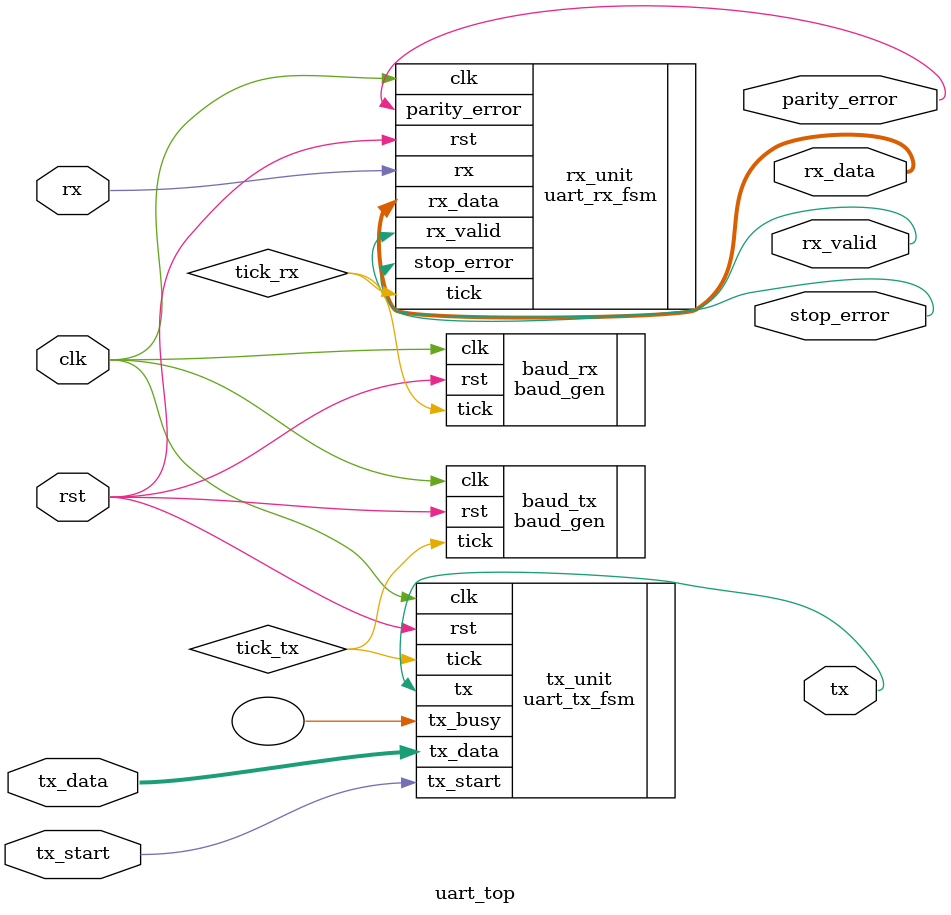
<source format=v>
module uart_top #(
    parameter CLK_FREQ = 50000000,
    parameter BAUD_RATE = 9600
)(
    input  wire       clk,
    input  wire       rst,
    input  wire       tx_start,
    input  wire [7:0] tx_data,
    output wire       tx,
    input  wire       rx,
    output wire [7:0] rx_data,
    output wire       rx_valid,
    output wire       parity_error,
    output wire       stop_error
);

wire tick_tx, tick_rx;

  // Shared Baud Generator: tick for TX and RX
  baud_gen #(.BAUD_RATE(BAUD_RATE), .CLK_FREQ(50000000), .OVERSAMPLE(1)) baud_tx (
             .clk(clk), .rst(rst), .tick(tick_tx)
           );

  baud_gen #(.BAUD_RATE(BAUD_RATE), .CLK_FREQ(50000000), .OVERSAMPLE(16)) baud_rx (
             .clk(clk), .rst(rst), .tick(tick_rx)
           );

  uart_tx_fsm tx_unit (
                .clk(clk), .rst(rst),
                .tick(tick_tx),
                .tx_start(tx_start),
                .tx_data(tx_data),
                .tx(tx),
                .tx_busy()
              );

  uart_rx_fsm rx_unit (
                .clk(clk), .rst(rst),
                .tick(tick_rx),
                .rx(rx),
                .rx_data(rx_data),
                .rx_valid(rx_valid),
                .parity_error(parity_error),
                .stop_error(stop_error)
              );
endmodule

</source>
